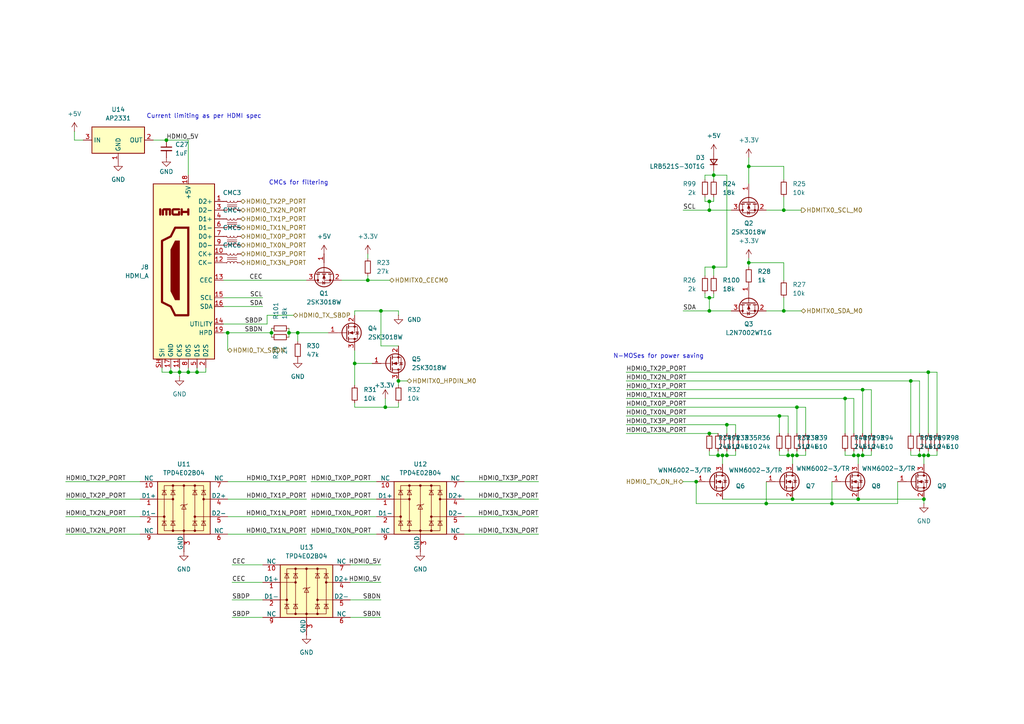
<source format=kicad_sch>
(kicad_sch (version 20240417) (generator "eeschema") (generator_version "8.99")
  (paper "A4")
  (title_block (title "anyon e") (date "2024-06-12") (rev "V0.1") (company "Byran Huang") (comment 4 "Proof of concept board for feature verification"))
  (lib_symbols
    (symbol "Connector:HDMI_A"
      (property "Reference" "J" (at -6.35 26.67 0))
      (property "Value" "HDMI_A" (at 10.16 26.67 0))
      (symbol "HDMI_A_0_0"
        (polyline (pts (xy 0 16.51) (xy 0 18.034) (xy 0 17.272) (xy 1.905 17.272) (xy 1.905 18.034) (xy 1.905 16.51)) (stroke (width 0.635)))
        (polyline (pts (xy 2.667 18.034) (xy 4.318 18.034) (xy 4.572 17.78) (xy 4.572 16.764) (xy 4.318 16.51) (xy 2.667 16.51) (xy 2.667 17.272)) (stroke (width 0.635)))
        (polyline (pts (xy 8.128 16.51) (xy 8.128 18.034)) (stroke (width 0.635)))
      )
      (symbol "HDMI_A_0_1"
        (rectangle (start -7.62 25.4) (end 10.16 -25.4) (stroke (width 0.254)) (fill (type background)))
        (polyline (pts (xy 0 12.7) (xy 0 -12.7) (xy 3.81 -12.7) (xy 5.08 -10.16) (xy 7.62 -8.89) (xy 7.62 8.89) (xy 5.08 10.16) (xy 3.81 12.7) (xy 0 12.7)) (stroke (width 0.635)))
        (polyline (pts (xy 2.54 8.89) (xy 3.81 8.89) (xy 5.08 6.35) (xy 5.08 -5.715) (xy 3.81 -8.255) (xy 2.54 -8.255) (xy 2.54 8.89)) (fill (type outline)))
        (polyline (pts (xy 5.334 16.51) (xy 5.334 18.034) (xy 6.35 18.034) (xy 6.35 16.51) (xy 6.35 18.034) (xy 7.112 18.034) (xy 7.366 17.78) (xy 7.366 16.51)) (stroke (width 0.635)))
      )
      (symbol "HDMI_A_1_1"
        (pin passive line (at -10.16 20.32 0) (length 2.54) (name "D2+") (number "1"))
        (pin passive line (at -10.16 5.08 0) (length 2.54) (name "CK+") (number "10"))
        (pin power_in line (at 2.54 -27.94 90) (length 2.54) (name "CKS") (number "11"))
        (pin passive line (at -10.16 2.54 0) (length 2.54) (name "CK-") (number "12"))
        (pin bidirectional line (at -10.16 -2.54 0) (length 2.54) (name "CEC") (number "13"))
        (pin passive line (at -10.16 -15.24 0) (length 2.54) (name "UTILITY") (number "14"))
        (pin passive line (at -10.16 -7.62 0) (length 2.54) (name "SCL") (number "15"))
        (pin bidirectional line (at -10.16 -10.16 0) (length 2.54) (name "SDA") (number "16"))
        (pin power_in line (at 5.08 -27.94 90) (length 2.54) (name "GND") (number "17"))
        (pin power_in line (at 0 27.94 270) (length 2.54) (name "+5V") (number "18"))
        (pin passive line (at -10.16 -17.78 0) (length 2.54) (name "HPD") (number "19"))
        (pin power_in line (at -5.08 -27.94 90) (length 2.54) (name "D2S") (number "2"))
        (pin passive line (at -10.16 17.78 0) (length 2.54) (name "D2-") (number "3"))
        (pin passive line (at -10.16 15.24 0) (length 2.54) (name "D1+") (number "4"))
        (pin power_in line (at -2.54 -27.94 90) (length 2.54) (name "D1S") (number "5"))
        (pin passive line (at -10.16 12.7 0) (length 2.54) (name "D1-") (number "6"))
        (pin passive line (at -10.16 10.16 0) (length 2.54) (name "D0+") (number "7"))
        (pin power_in line (at 0 -27.94 90) (length 2.54) (name "D0S") (number "8"))
        (pin passive line (at -10.16 7.62 0) (length 2.54) (name "D0-") (number "9"))
        (pin passive line (at 7.62 -27.94 90) (length 2.54) (name "SH") (number "SH"))
      )
    )
    (symbol "Device:C_Small" (pin_numbers hide) (pin_names (offset 0.254) hide)
      (property "Reference" "C" (at 0.254 1.778 0))
      (property "Value" "C_Small" (at 0.254 -2.032 0))
      (symbol "C_Small_0_1"
        (polyline (pts (xy -1.524 0.508) (xy 1.524 0.508)) (stroke (width 0.3048)))
        (polyline (pts (xy -1.524 -0.508) (xy 1.524 -0.508)) (stroke (width 0.3302)))
      )
      (symbol "C_Small_1_1"
        (pin passive line (at 0 2.54 270) (length 2.032) (name "~") (number "1"))
        (pin passive line (at 0 -2.54 90) (length 2.032) (name "~") (number "2"))
      )
    )
    (symbol "Device:D_Small" (pin_numbers hide) (pin_names (offset 0.254) hide)
      (property "Reference" "D" (at -1.27 2.032 0))
      (property "Value" "D_Small" (at -3.81 -2.032 0))
      (symbol "D_Small_0_1"
        (polyline (pts (xy -0.762 0) (xy 0.762 0)))
        (polyline (pts (xy -0.762 -1.016) (xy -0.762 1.016)) (stroke (width 0.254)))
        (polyline (pts (xy 0.762 -1.016) (xy -0.762 0) (xy 0.762 1.016) (xy 0.762 -1.016)) (stroke (width 0.254)))
      )
      (symbol "D_Small_1_1"
        (pin passive line (at -2.54 0 0) (length 1.778) (name "K") (number "1"))
        (pin passive line (at 2.54 0 180) (length 1.778) (name "A") (number "2"))
      )
    )
    (symbol "Device:R_Small" (pin_numbers hide) (pin_names (offset 0.254) hide)
      (property "Reference" "R" (at 0.762 0.508 0))
      (property "Value" "R_Small" (at 0.762 -1.016 0))
      (symbol "R_Small_0_1"
        (rectangle (start -0.762 1.778) (end 0.762 -1.778) (stroke (width 0.2032)))
      )
      (symbol "R_Small_1_1"
        (pin passive line (at 0 2.54 270) (length 0.762) (name "~") (number "1"))
        (pin passive line (at 0 -2.54 90) (length 0.762) (name "~") (number "2"))
      )
    )
    (symbol "Power_Protection:TPD4EUSB30" (pin_names (offset 0))
      (property "Reference" "U" (at -0.635 8.89 0))
      (property "Value" "TPD4EUSB30" (at 8.89 -10.16 0))
      (symbol "TPD4EUSB30_0_0"
        (rectangle (start -5.715 6.477) (end 5.715 -6.604))
        (polyline (pts (xy -3.175 -6.604) (xy -3.175 6.477)))
        (polyline (pts (xy 0 6.477) (xy 0 -6.604)))
        (polyline (pts (xy 3.175 6.477) (xy 3.175 -6.604)))
      )
      (symbol "TPD4EUSB30_0_1"
        (polyline (pts (xy -7.747 2.54) (xy -3.175 2.54)))
        (rectangle (start -7.62 7.62) (end 7.62 -7.62) (stroke (width 0.254)) (fill (type background)))
        (polyline (pts (xy -7.62 -2.54) (xy -5.715 -2.54)))
        (circle (center -5.715 -2.54) (radius 0.2794) (fill (type outline)))
        (polyline (pts (xy -5.08 5.08) (xy -6.35 5.08)))
        (polyline (pts (xy -5.08 3.81) (xy -6.35 3.81) (xy -5.715 5.08) (xy -5.08 3.81)))
        (polyline (pts (xy -5.08 -3.81) (xy -6.35 -3.81)))
        (polyline (pts (xy -5.08 -5.08) (xy -6.35 -5.08) (xy -5.715 -3.81) (xy -5.08 -5.08)))
        (circle (center -3.175 6.477) (radius 0.2794) (fill (type outline)))
        (circle (center -3.175 2.54) (radius 0.2794) (fill (type outline)))
        (circle (center -3.175 -6.604) (radius 0.2794) (fill (type outline)))
        (polyline (pts (xy -2.54 5.08) (xy -3.81 5.08)))
        (polyline (pts (xy -2.54 3.81) (xy -3.81 3.81) (xy -3.175 5.08) (xy -2.54 3.81)))
        (polyline (pts (xy -2.54 -3.81) (xy -3.81 -3.81)))
        (polyline (pts (xy -2.54 -5.08) (xy -3.81 -5.08) (xy -3.175 -3.81) (xy -2.54 -5.08)))
        (polyline (pts (xy -0.635 0.889) (xy -1.016 0.635)))
        (circle (center 0 6.477) (radius 0.2794) (fill (type outline)))
        (circle (center 0 -6.604) (radius 0.2794) (fill (type outline)))
        (polyline (pts (xy 0 -6.604) (xy 0 -7.62)))
        (polyline (pts (xy 0.635 0.889) (xy 1.016 1.143)))
        (polyline (pts (xy 0.635 0.889) (xy -0.635 0.889)))
        (polyline (pts (xy 0.635 -0.381) (xy -0.635 -0.381) (xy 0 0.889) (xy 0.635 -0.381)))
        (circle (center 3.175 6.477) (radius 0.2794) (fill (type outline)))
        (circle (center 3.175 -2.54) (radius 0.2794) (fill (type outline)))
        (circle (center 3.175 -6.604) (radius 0.2794) (fill (type outline)))
        (polyline (pts (xy 3.81 5.08) (xy 2.54 5.08)))
        (polyline (pts (xy 3.81 3.81) (xy 2.54 3.81) (xy 3.175 5.08) (xy 3.81 3.81)))
        (polyline (pts (xy 3.81 -3.81) (xy 2.54 -3.81)))
        (polyline (pts (xy 3.81 -5.08) (xy 2.54 -5.08) (xy 3.175 -3.81) (xy 3.81 -5.08)))
        (circle (center 5.715 2.54) (radius 0.2794) (fill (type outline)))
        (polyline (pts (xy 6.35 5.08) (xy 5.08 5.08)))
        (polyline (pts (xy 6.35 3.81) (xy 5.08 3.81) (xy 5.715 5.08) (xy 6.35 3.81)))
        (polyline (pts (xy 6.35 -3.81) (xy 5.08 -3.81)))
        (polyline (pts (xy 6.35 -5.08) (xy 5.08 -5.08) (xy 5.715 -3.81) (xy 6.35 -5.08)))
        (polyline (pts (xy 7.62 2.54) (xy 5.715 2.54)))
        (polyline (pts (xy 7.62 -2.54) (xy 3.175 -2.54)))
      )
      (symbol "TPD4EUSB30_1_1"
        (pin passive line (at -12.7 2.54 0) (length 5.08) (name "D1+") (number "1"))
        (pin free line (at -12.7 7.62 0) (length 5.08) (name "NC") (number "10"))
        (pin passive line (at -12.7 -2.54 0) (length 5.08) (name "D1-") (number "2"))
        (pin power_in line (at 0 -12.7 90) (length 5.08) (name "GND") (number "3"))
        (pin passive line (at 12.7 2.54 180) (length 5.08) (name "D2+") (number "4"))
        (pin passive line (at 12.7 -2.54 180) (length 5.08) (name "D2-") (number "5"))
        (pin free line (at 12.7 -7.62 180) (length 5.08) (name "NC") (number "6"))
        (pin free line (at 12.7 7.62 180) (length 5.08) (name "NC") (number "7"))
        (pin passive line (at 0 -12.7 90) (length 5.08) hide (name "GND") (number "8"))
        (pin free line (at -12.7 -7.62 0) (length 5.08) (name "NC") (number "9"))
      )
    )
    (symbol "Transistor_FET:BSS214NW" (pin_names hide)
      (property "Reference" "Q" (at 5.08 1.905 0))
      (property "Value" "BSS214NW" (at 5.08 0 0))
      (symbol "BSS214NW_0_1"
        (polyline (pts (xy 0.254 1.905) (xy 0.254 -1.905)) (stroke (width 0.254)))
        (polyline (pts (xy 0.254 0) (xy -2.54 0)))
        (polyline (pts (xy 0.762 2.286) (xy 0.762 1.27)) (stroke (width 0.254)))
        (polyline (pts (xy 0.762 0.508) (xy 0.762 -0.508)) (stroke (width 0.254)))
        (polyline (pts (xy 0.762 -1.27) (xy 0.762 -2.286)) (stroke (width 0.254)))
        (polyline (pts (xy 0.762 -1.778) (xy 3.302 -1.778) (xy 3.302 1.778) (xy 0.762 1.778)))
        (polyline (pts (xy 1.016 0) (xy 2.032 0.381) (xy 2.032 -0.381) (xy 1.016 0)) (fill (type outline)))
        (circle (center 1.651 0) (radius 2.794) (stroke (width 0.254)))
        (polyline (pts (xy 2.54 2.54) (xy 2.54 1.778)))
        (circle (center 2.54 1.778) (radius 0.254) (fill (type outline)))
        (circle (center 2.54 -1.778) (radius 0.254) (fill (type outline)))
        (polyline (pts (xy 2.54 -2.54) (xy 2.54 0) (xy 0.762 0)))
        (polyline (pts (xy 2.794 0.508) (xy 2.921 0.381) (xy 3.683 0.381) (xy 3.81 0.254)))
        (polyline (pts (xy 3.302 0.381) (xy 2.921 -0.254) (xy 3.683 -0.254) (xy 3.302 0.381)))
      )
      (symbol "BSS214NW_1_1"
        (pin input line (at -5.08 0 0) (length 2.54) (name "G") (number "1"))
        (pin passive line (at 2.54 -5.08 90) (length 2.54) (name "S") (number "2"))
        (pin passive line (at 2.54 5.08 270) (length 2.54) (name "D") (number "3"))
      )
    )
    (symbol "library:ACM2012_Common_Mode_Choke"
      (property "Reference" "CMC" (at -1.524 4.064 0))
      (symbol "ACM2012_Common_Mode_Choke_0_1"
        (polyline (pts (xy -1.397 0.254) (xy 1.397 0.254)))
        (arc (start -0.508 1.3948) (mid -1.016 0.889) (end -1.524 1.3948))
        (arc (start -1.524 -1.397) (mid -1.016 -0.8912) (end -0.508 -1.397))
        (arc (start 0.508 1.3948) (mid 0 0.889) (end -0.508 1.3948))
        (arc (start -0.508 -1.397) (mid 0 -0.8912) (end 0.508 -1.397))
        (arc (start 1.524 1.3948) (mid 1.016 0.889) (end 0.508 1.3948))
        (arc (start 0.508 -1.397) (mid 1.016 -0.8912) (end 1.524 -1.397))
        (polyline (pts (xy 1.397 -0.254) (xy -1.397 -0.254)))
      )
      (symbol "ACM2012_Common_Mode_Choke_1_1"
        (pin passive line (at -2.54 -1.27 0) (length 0.9525) (name "") (number "1"))
        (pin passive line (at -2.54 1.27 0) (length 0.9525) (name "") (number "2"))
        (pin passive line (at 2.54 1.27 180) (length 0.9525) (name "") (number "3"))
        (pin passive line (at 2.54 -1.27 180) (length 0.9525) (name "") (number "4"))
      )
    )
    (symbol "library:AP2331"
      (property "Reference" "U" (at 0 0 0))
      (property "Value" "AP2331" (at 0 0 0))
      (symbol "AP2331_0_1"
        (rectangle (start -7.62 3.81) (end 7.62 -3.81) (stroke (width 0.254)) (fill (type background)))
      )
      (symbol "AP2331_1_1"
        (pin power_in line (at 0 -6.35 90) (length 2.54) (name "GND") (number "1"))
        (pin power_out line (at 10.16 0 180) (length 2.54) (name "OUT") (number "2"))
        (pin power_in line (at -10.16 0 0) (length 2.54) (name "IN") (number "3"))
      )
    )
    (symbol "power:+3.3V" (power) (pin_numbers hide) (pin_names (offset 0) hide)
      (property "Value" "+3.3V" (at 0 3.556 0))
      (symbol "+3.3V_0_1"
        (polyline (pts (xy -0.762 1.27) (xy 0 2.54)))
        (polyline (pts (xy 0 2.54) (xy 0.762 1.27)))
        (polyline (pts (xy 0 0) (xy 0 2.54)))
      )
      (symbol "+3.3V_1_1"
        (pin power_in line (at 0 0 90) (length 0) (name "~") (number "1"))
      )
    )
    (symbol "power:+5V" (power) (pin_numbers hide) (pin_names (offset 0) hide)
      (property "Value" "+5V" (at 0 3.556 0))
      (symbol "+5V_0_1"
        (polyline (pts (xy -0.762 1.27) (xy 0 2.54)))
        (polyline (pts (xy 0 2.54) (xy 0.762 1.27)))
        (polyline (pts (xy 0 0) (xy 0 2.54)))
      )
      (symbol "+5V_1_1"
        (pin power_in line (at 0 0 90) (length 0) (name "~") (number "1"))
      )
    )
    (symbol "power:GND" (power) (pin_numbers hide) (pin_names (offset 0) hide)
      (property "Value" "GND" (at 0 -3.81 0))
      (symbol "GND_0_1"
        (polyline (pts (xy 0 0) (xy 0 -1.27) (xy 1.27 -1.27) (xy 0 -2.54) (xy -1.27 -1.27) (xy 0 -1.27)))
      )
      (symbol "GND_1_1"
        (pin power_in line (at 0 0 270) (length 0) (name "~") (number "1"))
      )
    )
  )
  (text "N-MOSes for power saving" (at 191.008 103.378 0) (effects (font (size 1.27 1.27))))
  (text "Current limiting as per HDMI spec" (at 59.182 33.782 0) (effects (font (size 1.27 1.27))))
  (text "CMCs for filtering" (at 86.614 53.086 0) (effects (font (size 1.27 1.27))))
  (junction (at 231.14 132.08))
  (junction (at 86.36 96.52))
  (junction (at 250.19 132.08))
  (junction (at 241.3 146.05))
  (junction (at 217.17 48.26))
  (junction (at 207.01 77.47))
  (junction (at 245.11 115.57))
  (junction (at 267.97 144.78))
  (junction (at 83.82 96.52))
  (junction (at 229.87 132.08))
  (junction (at 222.25 146.05))
  (junction (at 205.74 125.73))
  (junction (at 228.6 132.08))
  (junction (at 205.74 86.36))
  (junction (at 231.14 118.11))
  (junction (at 66.04 96.52))
  (junction (at 52.07 107.95))
  (junction (at 250.19 113.03))
  (junction (at 269.24 107.95))
  (junction (at 248.92 132.08))
  (junction (at 49.53 107.95))
  (junction (at 210.82 132.08))
  (junction (at 227.33 60.96))
  (junction (at 110.49 90.17))
  (junction (at 78.74 96.52))
  (junction (at 102.87 105.41))
  (junction (at 106.68 81.28))
  (junction (at 54.61 107.95))
  (junction (at 247.65 132.08))
  (junction (at 201.93 139.7))
  (junction (at 57.15 107.95))
  (junction (at 264.16 110.49))
  (junction (at 208.28 132.08))
  (junction (at 48.26 40.64))
  (junction (at 111.76 118.11))
  (junction (at 229.87 144.78))
  (junction (at 226.06 120.65))
  (junction (at 115.57 110.49))
  (junction (at 207.01 50.8))
  (junction (at 227.33 90.17))
  (junction (at 269.24 132.08))
  (junction (at 248.92 144.78))
  (junction (at 217.17 76.2))
  (junction (at 266.7 132.08))
  (junction (at 205.74 58.42))
  (junction (at 205.74 60.96))
  (junction (at 267.97 132.08))
  (junction (at 209.55 132.08))
  (junction (at 210.82 123.19))
  (junction (at 205.74 90.17))
  (wire (pts (xy 57.15 107.95) (xy 59.69 107.95)))
  (wire (pts (xy 78.74 96.52) (xy 78.74 97.79)))
  (wire (pts (xy 181.61 107.95) (xy 269.24 107.95)))
  (wire (pts (xy 264.16 132.08) (xy 266.7 132.08)))
  (wire (pts (xy 156.21 139.7) (xy 134.62 139.7)))
  (wire (pts (xy 181.61 118.11) (xy 231.14 118.11)))
  (wire (pts (xy 156.21 154.94) (xy 134.62 154.94)))
  (wire (pts (xy 217.17 76.2) (xy 227.33 76.2)))
  (wire (pts (xy 217.17 48.26) (xy 227.33 48.26)))
  (wire (pts (xy 227.33 60.96) (xy 232.41 60.96)))
  (wire (pts (xy 266.7 132.08) (xy 267.97 132.08)))
  (wire (pts (xy 264.16 110.49) (xy 264.16 125.73)))
  (wire (pts (xy 227.33 86.36) (xy 227.33 90.17)))
  (wire (pts (xy 102.87 118.11) (xy 111.76 118.11)))
  (wire (pts (xy 19.05 144.78) (xy 40.64 144.78)))
  (wire (pts (xy 264.16 130.81) (xy 264.16 132.08)))
  (wire (pts (xy 209.55 134.62) (xy 209.55 132.08)))
  (wire (pts (xy 241.3 146.05) (xy 260.35 146.05)))
  (wire (pts (xy 181.61 110.49) (xy 264.16 110.49)))
  (wire (pts (xy 106.68 81.28) (xy 113.03 81.28)))
  (wire (pts (xy 106.68 81.28) (xy 106.68 80.01)))
  (wire (pts (xy 226.06 132.08) (xy 228.6 132.08)))
  (wire (pts (xy 245.11 132.08) (xy 247.65 132.08)))
  (wire (pts (xy 102.87 118.11) (xy 102.87 116.84)))
  (wire (pts (xy 52.07 107.95) (xy 54.61 107.95)))
  (wire (pts (xy 204.47 77.47) (xy 204.47 80.01)))
  (wire (pts (xy 233.68 132.08) (xy 231.14 132.08)))
  (wire (pts (xy 266.7 110.49) (xy 266.7 125.73)))
  (wire (pts (xy 102.87 91.44) (xy 102.87 90.17)))
  (wire (pts (xy 207.01 85.09) (xy 207.01 86.36)))
  (wire (pts (xy 260.35 146.05) (xy 260.35 139.7)))
  (wire (pts (xy 271.78 107.95) (xy 271.78 125.73)))
  (wire (pts (xy 227.33 76.2) (xy 227.33 81.28)))
  (wire (pts (xy 248.92 132.08) (xy 250.19 132.08)))
  (wire (pts (xy 57.15 107.95) (xy 57.15 106.68)))
  (wire (pts (xy 46.99 107.95) (xy 46.99 106.68)))
  (wire (pts (xy 269.24 107.95) (xy 269.24 125.73)))
  (wire (pts (xy 228.6 120.65) (xy 228.6 125.73)))
  (wire (pts (xy 110.49 90.17) (xy 110.49 100.33)))
  (wire (pts (xy 101.6 173.99) (xy 110.49 173.99)))
  (wire (pts (xy 210.82 123.19) (xy 210.82 125.73)))
  (wire (pts (xy 86.36 99.06) (xy 86.36 96.52)))
  (wire (pts (xy 204.47 50.8) (xy 207.01 50.8)))
  (wire (pts (xy 101.6 179.07) (xy 110.49 179.07)))
  (wire (pts (xy 217.17 74.93) (xy 217.17 76.2)))
  (wire (pts (xy 210.82 77.47) (xy 207.01 77.47)))
  (wire (pts (xy 207.01 77.47) (xy 204.47 77.47)))
  (wire (pts (xy 226.06 120.65) (xy 226.06 125.73)))
  (wire (pts (xy 102.87 105.41) (xy 107.95 105.41)))
  (wire (pts (xy 76.2 168.91) (xy 67.31 168.91)))
  (wire (pts (xy 77.47 91.44) (xy 77.47 93.98)))
  (wire (pts (xy 19.05 149.86) (xy 40.64 149.86)))
  (wire (pts (xy 19.05 139.7) (xy 40.64 139.7)))
  (wire (pts (xy 226.06 130.81) (xy 226.06 132.08)))
  (wire (pts (xy 99.06 81.28) (xy 106.68 81.28)))
  (wire (pts (xy 247.65 132.08) (xy 248.92 132.08)))
  (wire (pts (xy 83.82 96.52) (xy 86.36 96.52)))
  (wire (pts (xy 115.57 100.33) (xy 110.49 100.33)))
  (wire (pts (xy 204.47 85.09) (xy 204.47 86.36)))
  (wire (pts (xy 181.61 120.65) (xy 226.06 120.65)))
  (wire (pts (xy 205.74 60.96) (xy 212.09 60.96)))
  (wire (pts (xy 204.47 52.07) (xy 204.47 50.8)))
  (wire (pts (xy 90.17 149.86) (xy 109.22 149.86)))
  (wire (pts (xy 250.19 132.08) (xy 250.19 130.81)))
  (wire (pts (xy 205.74 58.42) (xy 205.74 60.96)))
  (wire (pts (xy 267.97 132.08) (xy 269.24 132.08)))
  (wire (pts (xy 227.33 90.17) (xy 222.25 90.17)))
  (wire (pts (xy 205.74 58.42) (xy 207.01 58.42)))
  (wire (pts (xy 88.9 149.86) (xy 66.04 149.86)))
  (wire (pts (xy 19.05 154.94) (xy 40.64 154.94)))
  (wire (pts (xy 111.76 118.11) (xy 115.57 118.11)))
  (wire (pts (xy 106.68 74.93) (xy 106.68 73.66)))
  (wire (pts (xy 227.33 48.26) (xy 227.33 52.07)))
  (wire (pts (xy 205.74 90.17) (xy 212.09 90.17)))
  (wire (pts (xy 59.69 107.95) (xy 59.69 106.68)))
  (wire (pts (xy 54.61 107.95) (xy 57.15 107.95)))
  (wire (pts (xy 205.74 86.36) (xy 207.01 86.36)))
  (wire (pts (xy 49.53 107.95) (xy 49.53 106.68)))
  (wire (pts (xy 231.14 118.11) (xy 233.68 118.11)))
  (wire (pts (xy 76.2 179.07) (xy 67.31 179.07)))
  (wire (pts (xy 49.53 107.95) (xy 46.99 107.95)))
  (wire (pts (xy 66.04 101.6) (xy 66.04 96.52)))
  (wire (pts (xy 269.24 107.95) (xy 271.78 107.95)))
  (wire (pts (xy 207.01 50.8) (xy 207.01 52.07)))
  (wire (pts (xy 64.77 96.52) (xy 66.04 96.52)))
  (wire (pts (xy 248.92 144.78) (xy 267.97 144.78)))
  (wire (pts (xy 205.74 125.73) (xy 208.28 125.73)))
  (wire (pts (xy 241.3 146.05) (xy 241.3 139.7)))
  (wire (pts (xy 115.57 118.11) (xy 115.57 116.84)))
  (wire (pts (xy 85.09 91.44) (xy 77.47 91.44)))
  (wire (pts (xy 271.78 130.81) (xy 271.78 132.08)))
  (wire (pts (xy 198.12 139.7) (xy 201.93 139.7)))
  (wire (pts (xy 64.77 86.36) (xy 76.2 86.36)))
  (wire (pts (xy 222.25 146.05) (xy 241.3 146.05)))
  (wire (pts (xy 227.33 60.96) (xy 222.25 60.96)))
  (wire (pts (xy 229.87 132.08) (xy 231.14 132.08)))
  (wire (pts (xy 64.77 88.9) (xy 76.2 88.9)))
  (wire (pts (xy 217.17 76.2) (xy 217.17 77.47)))
  (wire (pts (xy 76.2 173.99) (xy 67.31 173.99)))
  (wire (pts (xy 245.11 130.81) (xy 245.11 132.08)))
  (wire (pts (xy 102.87 90.17) (xy 110.49 90.17)))
  (wire (pts (xy 204.47 86.36) (xy 205.74 86.36)))
  (wire (pts (xy 102.87 101.6) (xy 102.87 105.41)))
  (wire (pts (xy 66.04 96.52) (xy 78.74 96.52)))
  (wire (pts (xy 54.61 40.64) (xy 54.61 50.8)))
  (wire (pts (xy 52.07 107.95) (xy 52.07 106.68)))
  (wire (pts (xy 201.93 146.05) (xy 201.93 139.7)))
  (wire (pts (xy 83.82 95.25) (xy 83.82 96.52)))
  (wire (pts (xy 90.17 144.78) (xy 109.22 144.78)))
  (wire (pts (xy 88.9 139.7) (xy 66.04 139.7)))
  (wire (pts (xy 250.19 113.03) (xy 250.19 125.73)))
  (wire (pts (xy 156.21 144.78) (xy 134.62 144.78)))
  (wire (pts (xy 111.76 115.57) (xy 111.76 118.11)))
  (wire (pts (xy 266.7 132.08) (xy 266.7 130.81)))
  (wire (pts (xy 226.06 120.65) (xy 228.6 120.65)))
  (wire (pts (xy 181.61 125.73) (xy 205.74 125.73)))
  (wire (pts (xy 207.01 77.47) (xy 207.01 80.01)))
  (wire (pts (xy 115.57 90.17) (xy 115.57 91.44)))
  (wire (pts (xy 88.9 154.94) (xy 66.04 154.94)))
  (wire (pts (xy 247.65 132.08) (xy 247.65 130.81)))
  (wire (pts (xy 229.87 144.78) (xy 248.92 144.78)))
  (wire (pts (xy 231.14 132.08) (xy 231.14 130.81)))
  (wire (pts (xy 207.01 49.53) (xy 207.01 50.8)))
  (wire (pts (xy 208.28 132.08) (xy 209.55 132.08)))
  (wire (pts (xy 210.82 132.08) (xy 210.82 130.81)))
  (wire (pts (xy 115.57 111.76) (xy 115.57 110.49)))
  (wire (pts (xy 101.6 163.83) (xy 110.49 163.83)))
  (wire (pts (xy 198.12 60.96) (xy 205.74 60.96)))
  (wire (pts (xy 252.73 130.81) (xy 252.73 132.08)))
  (wire (pts (xy 207.01 50.8) (xy 210.82 50.8)))
  (wire (pts (xy 227.33 90.17) (xy 232.41 90.17)))
  (wire (pts (xy 205.74 86.36) (xy 205.74 90.17)))
  (wire (pts (xy 213.36 132.08) (xy 210.82 132.08)))
  (wire (pts (xy 52.07 109.22) (xy 52.07 107.95)))
  (wire (pts (xy 222.25 139.7) (xy 222.25 146.05)))
  (wire (pts (xy 21.59 38.1) (xy 21.59 40.64)))
  (wire (pts (xy 269.24 132.08) (xy 269.24 130.81)))
  (wire (pts (xy 115.57 110.49) (xy 118.11 110.49)))
  (wire (pts (xy 250.19 113.03) (xy 252.73 113.03)))
  (wire (pts (xy 271.78 132.08) (xy 269.24 132.08)))
  (wire (pts (xy 210.82 123.19) (xy 213.36 123.19)))
  (wire (pts (xy 205.74 132.08) (xy 205.74 130.81)))
  (wire (pts (xy 209.55 132.08) (xy 210.82 132.08)))
  (wire (pts (xy 78.74 95.25) (xy 78.74 96.52)))
  (wire (pts (xy 181.61 123.19) (xy 210.82 123.19)))
  (wire (pts (xy 228.6 132.08) (xy 228.6 130.81)))
  (wire (pts (xy 233.68 118.11) (xy 233.68 125.73)))
  (wire (pts (xy 233.68 130.81) (xy 233.68 132.08)))
  (wire (pts (xy 252.73 113.03) (xy 252.73 125.73)))
  (wire (pts (xy 64.77 93.98) (xy 77.47 93.98)))
  (wire (pts (xy 208.28 130.81) (xy 208.28 132.08)))
  (wire (pts (xy 86.36 96.52) (xy 95.25 96.52)))
  (wire (pts (xy 90.17 154.94) (xy 109.22 154.94)))
  (wire (pts (xy 156.21 149.86) (xy 134.62 149.86)))
  (wire (pts (xy 213.36 130.81) (xy 213.36 132.08)))
  (wire (pts (xy 101.6 168.91) (xy 110.49 168.91)))
  (wire (pts (xy 229.87 134.62) (xy 229.87 132.08)))
  (wire (pts (xy 227.33 57.15) (xy 227.33 60.96)))
  (wire (pts (xy 102.87 111.76) (xy 102.87 105.41)))
  (wire (pts (xy 64.77 81.28) (xy 88.9 81.28)))
  (wire (pts (xy 209.55 144.78) (xy 229.87 144.78)))
  (wire (pts (xy 222.25 146.05) (xy 201.93 146.05)))
  (wire (pts (xy 44.45 40.64) (xy 48.26 40.64)))
  (wire (pts (xy 204.47 58.42) (xy 205.74 58.42)))
  (wire (pts (xy 217.17 48.26) (xy 217.17 53.34)))
  (wire (pts (xy 90.17 139.7) (xy 109.22 139.7)))
  (wire (pts (xy 207.01 58.42) (xy 207.01 57.15)))
  (wire (pts (xy 248.92 134.62) (xy 248.92 132.08)))
  (wire (pts (xy 204.47 58.42) (xy 204.47 57.15)))
  (wire (pts (xy 48.26 40.64) (xy 54.61 40.64)))
  (wire (pts (xy 88.9 144.78) (xy 66.04 144.78)))
  (wire (pts (xy 198.12 90.17) (xy 205.74 90.17)))
  (wire (pts (xy 210.82 50.8) (xy 210.82 77.47)))
  (wire (pts (xy 181.61 113.03) (xy 250.19 113.03)))
  (wire (pts (xy 181.61 115.57) (xy 245.11 115.57)))
  (wire (pts (xy 267.97 134.62) (xy 267.97 132.08)))
  (wire (pts (xy 21.59 40.64) (xy 24.13 40.64)))
  (wire (pts (xy 231.14 118.11) (xy 231.14 125.73)))
  (wire (pts (xy 52.07 107.95) (xy 49.53 107.95)))
  (wire (pts (xy 228.6 132.08) (xy 229.87 132.08)))
  (wire (pts (xy 264.16 110.49) (xy 266.7 110.49)))
  (wire (pts (xy 54.61 107.95) (xy 54.61 106.68)))
  (wire (pts (xy 205.74 132.08) (xy 208.28 132.08)))
  (wire (pts (xy 245.11 115.57) (xy 247.65 115.57)))
  (wire (pts (xy 217.17 45.72) (xy 217.17 48.26)))
  (wire (pts (xy 213.36 123.19) (xy 213.36 125.73)))
  (wire (pts (xy 247.65 115.57) (xy 247.65 125.73)))
  (wire (pts (xy 252.73 132.08) (xy 250.19 132.08)))
  (wire (pts (xy 83.82 96.52) (xy 83.82 97.79)))
  (wire (pts (xy 76.2 163.83) (xy 67.31 163.83)))
  (wire (pts (xy 267.97 146.05) (xy 267.97 144.78)))
  (wire (pts (xy 245.11 115.57) (xy 245.11 125.73)))
  (wire (pts (xy 110.49 90.17) (xy 115.57 90.17)))
  (label "SBDN" (at 76.2 96.52 180))
  (label "SBDN" (at 110.49 173.99 180))
  (label "HDMI0_5V" (at 110.49 168.91 180))
  (label "SBDP" (at 67.31 179.07 0))
  (label "HDMI0_TX1P_PORT" (at 88.9 139.7 180))
  (label "HDMI0_TX3P_PORT" (at 156.21 139.7 180))
  (label "SBDN" (at 110.49 179.07 180))
  (label "HDMI0_TX3N_PORT" (at 156.21 149.86 180))
  (label "HDMI0_TX2N_PORT" (at 19.05 149.86 0))
  (label "HDMI0_TX0P_PORT" (at 90.17 139.7 0))
  (label "HDMI0_TX2P_PORT" (at 19.05 144.78 0))
  (label "HDMI0_TX2P_PORT" (at 181.61 107.95 0))
  (label "SBDP" (at 67.31 173.99 0))
  (label "CEC" (at 67.31 168.91 0))
  (label "HDMI0_TX3P_PORT" (at 181.61 123.19 0))
  (label "HDMI0_TX1N_PORT" (at 181.61 115.57 0))
  (label "SDA" (at 76.2 88.9 180))
  (label "HDMI0_TX1N_PORT" (at 88.9 149.86 180))
  (label "HDMI0_TX0N_PORT" (at 181.61 120.65 0))
  (label "SDA" (at 198.12 90.17 0))
  (label "HDMI0_5V" (at 110.49 163.83 180))
  (label "HDMI0_TX1P_PORT" (at 181.61 113.03 0))
  (label "HDMI0_TX2N_PORT" (at 181.61 110.49 0))
  (label "SCL" (at 198.12 60.96 0))
  (label "SBDP" (at 76.2 93.98 180))
  (label "HDMI0_TX0N_PORT" (at 90.17 149.86 0))
  (label "HDMI0_TX0P_PORT" (at 181.61 118.11 0))
  (label "CEC" (at 67.31 163.83 0))
  (label "HDMI0_TX3N_PORT" (at 156.21 154.94 180))
  (label "HDMI0_TX3N_PORT" (at 181.61 125.73 0))
  (label "HDMI0_TX2N_PORT" (at 19.05 154.94 0))
  (label "HDMI0_5V" (at 48.26 40.64 0))
  (label "SCL" (at 76.2 86.36 180))
  (label "HDMI0_TX1P_PORT" (at 88.9 144.78 180))
  (label "HDMI0_TX0N_PORT" (at 90.17 154.94 0))
  (label "HDMI0_TX3P_PORT" (at 156.21 144.78 180))
  (label "CEC" (at 76.2 81.28 180))
  (label "HDMI0_TX2P_PORT" (at 19.05 139.7 0))
  (label "HDMI0_TX0P_PORT" (at 90.17 144.78 0))
  (label "HDMI0_TX1N_PORT" (at 88.9 154.94 180))
  (hierarchical_label "HDMI0_TX1P_PORT" (shape bidirectional) (at 69.85 63.5 0))
  (hierarchical_label "HDMITX0_SCL_M0" (shape output) (at 232.41 60.96 0))
  (hierarchical_label "HDMITX0_CECM0" (shape bidirectional) (at 113.03 81.28 0))
  (hierarchical_label "HDMI0_TX_SBDP" (shape bidirectional) (at 85.09 91.44 0))
  (hierarchical_label "HDMI0_TX_SBDN" (shape bidirectional) (at 66.04 101.6 0))
  (hierarchical_label "HDMITX0_HPDIN_M0" (shape bidirectional) (at 118.11 110.49 0))
  (hierarchical_label "HDMI0_TX_ON_H" (shape bidirectional) (at 198.12 139.7 180))
  (hierarchical_label "HDMI0_TX0N_PORT" (shape bidirectional) (at 69.85 71.12 0))
  (hierarchical_label "HDMI0_TX0P_PORT" (shape bidirectional) (at 69.85 68.58 0))
  (hierarchical_label "HDMI0_TX2N_PORT" (shape bidirectional) (at 69.85 60.96 0))
  (hierarchical_label "HDMI0_TX3P_PORT" (shape bidirectional) (at 69.85 73.66 0))
  (hierarchical_label "HDMITX0_SDA_M0" (shape bidirectional) (at 232.41 90.17 0))
  (hierarchical_label "HDMI0_TX2P_PORT" (shape bidirectional) (at 69.85 58.42 0))
  (hierarchical_label "HDMI0_TX3N_PORT" (shape bidirectional) (at 69.85 76.2 0))
  (hierarchical_label "HDMI0_TX1N_PORT" (shape bidirectional) (at 69.85 66.04 0))
  (symbol (lib_id "library:ACM2012_Common_Mode_Choke") (at 67.31 69.85 0) (unit 1)
    (property "Reference" "CMC5" (at 67.31 66.04 0))
    (property "Value" "ACM2012" (effects (hide yes)))
    (property "Footprint" "ACM2012:FIL_ACM2012-900-2P-T001" (effects (hide yes)))
    (property "Datasheet" "https://product.tdk.com/en/system/files?file=dam/doc/product/emc/emc/cmf_cmc/catalog/cmf_commercial_signal_acm2012_en.pdf" (effects (hide yes)))
    (property "Description" "2 Line Common Mode Choke Surface Mount 90 Ohms @ 100 MHz 400mA DCR 190mOhm" (effects (hide yes)))
  )
  (symbol (lib_id "power:GND") (at 86.36 104.14 0) (unit 1)
    (property "Reference" "#PWR045" (effects (hide yes)))
    (property "Value" "GND" (at 86.36 109.22 0))
    (property "Description" "Power symbol creates a global label with name \"GND\" , ground" (effects (hide yes)))
  )
  (symbol (lib_id "Power_Protection:TPD4EUSB30") (at 121.92 147.32 0) (unit 1)
    (property "Reference" "U12" (at 121.92 134.62 0))
    (property "Value" "TPD4E02B04" (at 121.92 137.16 0))
    (property "Footprint" "Package_SON:USON-10_2.5x1.0mm_P0.5mm" (effects (hide yes)))
    (property "Datasheet" "http://www.ti.com/lit/ds/symlink/tpd2eusb30a.pdf" (effects (hide yes)))
    (property "Description" "4-Channel ESD Protection for Super-Speed USB 3.0 Interface, USON-10" (effects (hide yes)))
  )
  (symbol (lib_id "Transistor_FET:BSS214NW") (at 93.98 78.74 90) (mirror x) (unit 1)
    (property "Reference" "Q1" (at 93.98 85.09 90))
    (property "Value" "2SK3018W" (at 93.98 87.63 90))
    (property "Footprint" "Package_TO_SOT_SMD:SOT-323_SC-70" (effects (hide yes)))
    (property "Datasheet" "https://www.infineon.com/dgdl/Infineon-BSS214NW-DS-v02_02-en.pdf?fileId=db3a30431b3e89eb011b695aebc01bde" (effects (hide yes)))
    (property "Description" "20V Vds, 1.5A Id, N-Channel MOSFET, SOT-323" (effects (hide yes)))
  )
  (symbol (lib_id "power:GND") (at 115.57 91.44 0) (unit 1)
    (property "Reference" "#PWR047" (effects (hide yes)))
    (property "Value" "GND" (at 118.11 92.7099 0) (effects (justify left)))
    (property "Description" "Power symbol creates a global label with name \"GND\" , ground" (effects (hide yes)))
  )
  (symbol (lib_id "power:GND") (at 52.07 109.22 0) (unit 1)
    (property "Reference" "#PWR053" (effects (hide yes)))
    (property "Value" "GND" (at 52.07 114.3 0))
    (property "Description" "Power symbol creates a global label with name \"GND\" , ground" (effects (hide yes)))
  )
  (symbol (lib_id "Device:R_Small") (at 228.6 128.27 0) (unit 1)
    (property "Reference" "R37" (at 231.14 126.9999 0) (effects (justify left)))
    (property "Value" "510" (at 231.14 129.5399 0) (effects (justify left)))
    (property "Footprint" "Resistor_SMD:R_0402_1005Metric" (effects (hide yes)))
    (property "Description" "Resistor, small symbol" (effects (hide yes)))
  )
  (symbol (lib_id "Device:R_Small") (at 204.47 82.55 0) (unit 1)
    (property "Reference" "R26" (at 201.93 81.2799 0) (effects (justify right)))
    (property "Value" "2k" (at 201.93 83.8199 0) (effects (justify right)))
    (property "Footprint" "Resistor_SMD:R_0402_1005Metric" (effects (hide yes)))
    (property "Description" "Resistor, small symbol" (effects (hide yes)))
  )
  (symbol (lib_id "Device:R_Small") (at 271.78 128.27 0) (unit 1)
    (property "Reference" "R98" (at 274.32 126.9999 0) (effects (justify left)))
    (property "Value" "510" (at 274.32 129.5399 0) (effects (justify left)))
    (property "Footprint" "Resistor_SMD:R_0402_1005Metric" (effects (hide yes)))
    (property "Description" "Resistor, small symbol" (effects (hide yes)))
  )
  (symbol (lib_id "Device:R_Small") (at 266.7 128.27 0) (unit 1)
    (property "Reference" "R96" (at 269.24 126.9999 0) (effects (justify left)))
    (property "Value" "510" (at 269.24 129.5399 0) (effects (justify left)))
    (property "Footprint" "Resistor_SMD:R_0402_1005Metric" (effects (hide yes)))
    (property "Description" "Resistor, small symbol" (effects (hide yes)))
  )
  (symbol (lib_id "Device:R_Small") (at 205.74 128.27 0) (unit 1)
    (property "Reference" "R34" (at 208.28 126.9999 0) (effects (justify left)))
    (property "Value" "24k" (at 208.28 129.5399 0) (effects (justify left)))
    (property "Footprint" "Resistor_SMD:R_0402_1005Metric" (effects (hide yes)))
    (property "Description" "Resistor, small symbol" (effects (hide yes)))
  )
  (symbol (lib_id "Device:R_Small") (at 208.28 128.27 0) (unit 1)
    (property "Reference" "R91" (at 210.82 126.9999 0) (effects (justify left)))
    (property "Value" "510" (at 210.82 129.5399 0) (effects (justify left)))
    (property "Footprint" "Resistor_SMD:R_0402_1005Metric" (effects (hide yes)))
    (property "Description" "Resistor, small symbol" (effects (hide yes)))
  )
  (symbol (lib_id "Device:R_Small") (at 210.82 128.27 0) (unit 1)
    (property "Reference" "R33" (at 213.36 126.9999 0) (effects (justify left)))
    (property "Value" "24k" (at 213.36 129.5399 0) (effects (justify left)))
    (property "Footprint" "Resistor_SMD:R_0402_1005Metric" (effects (hide yes)))
    (property "Description" "Resistor, small symbol" (effects (hide yes)))
  )
  (symbol (lib_id "power:GND") (at 267.97 146.05 0) (unit 1)
    (property "Reference" "#PWR052" (effects (hide yes)))
    (property "Value" "GND" (at 267.97 151.13 0))
    (property "Description" "Power symbol creates a global label with name \"GND\" , ground" (effects (hide yes)))
  )
  (symbol (lib_id "Device:R_Small") (at 207.01 54.61 0) (unit 1)
    (property "Reference" "R24" (at 209.55 53.3399 0) (effects (justify left)))
    (property "Value" "18k" (at 209.55 55.8799 0) (effects (justify left)))
    (property "Footprint" "Resistor_SMD:R_0402_1005Metric" (effects (hide yes)))
    (property "Description" "Resistor, small symbol" (effects (hide yes)))
  )
  (symbol (lib_id "Transistor_FET:BSS214NW") (at 113.03 105.41 0) (mirror x) (unit 1)
    (property "Reference" "Q5" (at 119.38 104.1399 0) (effects (justify left)))
    (property "Value" "2SK3018W" (at 119.38 106.6799 0) (effects (justify left)))
    (property "Footprint" "Package_TO_SOT_SMD:SOT-323_SC-70" (effects (hide yes)))
    (property "Datasheet" "https://www.infineon.com/dgdl/Infineon-BSS214NW-DS-v02_02-en.pdf?fileId=db3a30431b3e89eb011b695aebc01bde" (effects (hide yes)))
    (property "Description" "20V Vds, 1.5A Id, N-Channel MOSFET, SOT-323" (effects (hide yes)))
  )
  (symbol (lib_id "power:GND") (at 121.92 160.02 0) (unit 1)
    (property "Reference" "#PWR041" (effects (hide yes)))
    (property "Value" "GND" (at 121.92 165.1 0))
    (property "Description" "Power symbol creates a global label with name \"GND\" , ground" (effects (hide yes)))
  )
  (symbol (lib_id "Device:R_Small") (at 86.36 101.6 180) (unit 1)
    (property "Reference" "R30" (at 88.9 100.3299 0) (effects (justify right)))
    (property "Value" "47k" (at 88.9 102.8699 0) (effects (justify right)))
    (property "Footprint" "Resistor_SMD:R_0402_1005Metric" (effects (hide yes)))
    (property "Description" "Resistor, small symbol" (effects (hide yes)))
  )
  (symbol (lib_id "Device:R_Small") (at 81.28 97.79 90) (unit 1)
    (property "Reference" "R29" (at 80.0099 100.33 0) (effects (justify right)))
    (property "Value" "2k" (at 82.5499 100.33 0) (effects (justify right)))
    (property "Footprint" "Resistor_SMD:R_0402_1005Metric" (effects (hide yes)))
    (property "Description" "Resistor, small symbol" (effects (hide yes)))
  )
  (symbol (lib_id "Device:R_Small") (at 226.06 128.27 0) (unit 1)
    (property "Reference" "R36" (at 223.52 126.9999 0) (effects (justify right)))
    (property "Value" "24k" (at 223.52 129.5399 0) (effects (justify right)))
    (property "Footprint" "Resistor_SMD:R_0402_1005Metric" (effects (hide yes)))
    (property "Description" "Resistor, small symbol" (effects (hide yes)))
  )
  (symbol (lib_id "Device:R_Small") (at 204.47 54.61 0) (unit 1)
    (property "Reference" "R99" (at 201.93 53.3399 0) (effects (justify right)))
    (property "Value" "2k" (at 201.93 55.8799 0) (effects (justify right)))
    (property "Footprint" "Resistor_SMD:R_0402_1005Metric" (effects (hide yes)))
    (property "Description" "Resistor, small symbol" (effects (hide yes)))
  )
  (symbol (lib_id "power:GND") (at 53.34 160.02 0) (unit 1)
    (property "Reference" "#PWR040" (effects (hide yes)))
    (property "Value" "GND" (at 53.34 165.1 0))
    (property "Description" "Power symbol creates a global label with name \"GND\" , ground" (effects (hide yes)))
  )
  (symbol (lib_id "Device:R_Small") (at 207.01 82.55 0) (unit 1)
    (property "Reference" "R100" (at 209.55 81.2799 0) (effects (justify left)))
    (property "Value" "18k" (at 209.55 83.8199 0) (effects (justify left)))
    (property "Footprint" "Resistor_SMD:R_0402_1005Metric" (effects (hide yes)))
    (property "Description" "Resistor, small symbol" (effects (hide yes)))
  )
  (symbol (lib_id "Device:R_Small") (at 217.17 80.01 0) (unit 1)
    (property "Reference" "R28" (at 219.71 78.7399 0) (effects (justify left)))
    (property "Value" "1k" (at 219.71 81.2799 0) (effects (justify left)))
    (property "Footprint" "Resistor_SMD:R_0402_1005Metric" (effects (hide yes)))
    (property "Description" "Resistor, small symbol" (effects (hide yes)))
  )
  (symbol (lib_id "Device:C_Small") (at 48.26 43.18 0) (unit 1)
    (property "Reference" "C27" (at 50.8 41.9162 0) (effects (justify left)))
    (property "Value" "1uF" (at 50.8 44.4562 0) (effects (justify left)))
    (property "Footprint" "Capacitor_SMD:C_0402_1005Metric" (effects (hide yes)))
    (property "Description" "Unpolarized capacitor, small symbol" (effects (hide yes)))
  )
  (symbol (lib_id "Device:R_Small") (at 231.14 128.27 0) (unit 1)
    (property "Reference" "R38" (at 233.68 126.9999 0) (effects (justify left)))
    (property "Value" "24k" (at 233.68 129.5399 0) (effects (justify left)))
    (property "Footprint" "Resistor_SMD:R_0402_1005Metric" (effects (hide yes)))
    (property "Description" "Resistor, small symbol" (effects (hide yes)))
  )
  (symbol (lib_id "library:AP2331") (at 34.29 40.64 0) (unit 1)
    (property "Reference" "U14" (at 34.29 31.75 0))
    (property "Value" "AP2331" (at 34.29 34.29 0))
    (property "Footprint" "Package_TO_SOT_SMD:SOT-23-3" (effects (hide yes)))
    (property "Datasheet" "https://www.diodes.com/assets/Datasheets/AP2331.pdf" (effects (hide yes)))
    (property "Description" "0.2A SINGLE CHANNEL CURRENT-LIMITED LOAD SWITCH" (effects (hide yes)))
  )
  (symbol (lib_id "Transistor_FET:BSS214NW") (at 265.43 139.7 0) (unit 1)
    (property "Reference" "Q9" (at 271.78 140.9701 0) (effects (justify left)))
    (property "Value" "WNM6002-3/TR" (at 249.936 135.89 0) (effects (justify left)))
    (property "Footprint" "Package_TO_SOT_SMD:SOT-323_SC-70" (effects (hide yes)))
    (property "Datasheet" "https://www.infineon.com/dgdl/Infineon-BSS214NW-DS-v02_02-en.pdf?fileId=db3a30431b3e89eb011b695aebc01bde" (effects (hide yes)))
    (property "Description" "20V Vds, 1.5A Id, N-Channel MOSFET, SOT-323" (effects (hide yes)))
  )
  (symbol (lib_id "Device:R_Small") (at 247.65 128.27 0) (unit 1)
    (property "Reference" "R92" (at 250.19 126.9999 0) (effects (justify left)))
    (property "Value" "510" (at 250.19 129.5399 0) (effects (justify left)))
    (property "Footprint" "Resistor_SMD:R_0402_1005Metric" (effects (hide yes)))
    (property "Description" "Resistor, small symbol" (effects (hide yes)))
  )
  (symbol (lib_id "Transistor_FET:BSS214NW") (at 227.33 139.7 0) (unit 1)
    (property "Reference" "Q7" (at 233.68 140.9701 0) (effects (justify left)))
    (property "Value" "WNM6002-3/TR" (at 211.328 136.398 0) (effects (justify left)))
    (property "Footprint" "Package_TO_SOT_SMD:SOT-323_SC-70" (effects (hide yes)))
    (property "Datasheet" "https://www.infineon.com/dgdl/Infineon-BSS214NW-DS-v02_02-en.pdf?fileId=db3a30431b3e89eb011b695aebc01bde" (effects (hide yes)))
    (property "Description" "20V Vds, 1.5A Id, N-Channel MOSFET, SOT-323" (effects (hide yes)))
  )
  (symbol (lib_id "power:+3.3V") (at 217.17 45.72 0) (unit 1)
    (property "Reference" "#PWR044" (effects (hide yes)))
    (property "Value" "+3.3V" (at 217.17 40.64 0))
    (property "Description" "Power symbol creates a global label with name \"+3.3V\"" (effects (hide yes)))
  )
  (symbol (lib_id "Power_Protection:TPD4EUSB30") (at 88.9 171.45 0) (unit 1)
    (property "Reference" "U13" (at 88.9 158.75 0))
    (property "Value" "TPD4E02B04" (at 88.9 161.29 0))
    (property "Footprint" "Package_SON:USON-10_2.5x1.0mm_P0.5mm" (effects (hide yes)))
    (property "Datasheet" "http://www.ti.com/lit/ds/symlink/tpd2eusb30a.pdf" (effects (hide yes)))
    (property "Description" "4-Channel ESD Protection for Super-Speed USB 3.0 Interface, USON-10" (effects (hide yes)))
  )
  (symbol (lib_id "Connector:HDMI_A") (at 54.61 78.74 0) (mirror y) (unit 1)
    (property "Reference" "J8" (at 43.18 77.4699 0) (effects (justify left)))
    (property "Value" "HDMI_A" (at 43.18 80.0099 0) (effects (justify left)))
    (property "Footprint" "Connector_Video:HDMI_A_Molex_208658-1001_Horizontal" (effects (hide yes)))
    (property "Datasheet" "https://en.wikipedia.org/wiki/HDMI" (effects (hide yes)))
    (property "Description" "HDMI type A connector" (effects (hide yes)))
  )
  (symbol (lib_id "Transistor_FET:BSS214NW") (at 246.38 139.7 0) (unit 1)
    (property "Reference" "Q8" (at 252.73 140.9701 0) (effects (justify left)))
    (property "Value" "WNM6002-3/TR" (at 230.886 135.89 0) (effects (justify left)))
    (property "Footprint" "Package_TO_SOT_SMD:SOT-323_SC-70" (effects (hide yes)))
    (property "Datasheet" "https://www.infineon.com/dgdl/Infineon-BSS214NW-DS-v02_02-en.pdf?fileId=db3a30431b3e89eb011b695aebc01bde" (effects (hide yes)))
    (property "Description" "20V Vds, 1.5A Id, N-Channel MOSFET, SOT-323" (effects (hide yes)))
  )
  (symbol (lib_id "Power_Protection:TPD4EUSB30") (at 53.34 147.32 0) (unit 1)
    (property "Reference" "U11" (at 53.34 134.62 0))
    (property "Value" "TPD4E02B04" (at 53.34 137.16 0))
    (property "Footprint" "Package_SON:USON-10_2.5x1.0mm_P0.5mm" (effects (hide yes)))
    (property "Datasheet" "http://www.ti.com/lit/ds/symlink/tpd2eusb30a.pdf" (effects (hide yes)))
    (property "Description" "4-Channel ESD Protection for Super-Speed USB 3.0 Interface, USON-10" (effects (hide yes)))
  )
  (symbol (lib_id "power:+5V") (at 21.59 38.1 0) (unit 1)
    (property "Reference" "#PWR049" (effects (hide yes)))
    (property "Value" "+5V" (at 21.59 33.02 0))
    (property "Description" "Power symbol creates a global label with name \"+5V\"" (effects (hide yes)))
  )
  (symbol (lib_id "Transistor_FET:BSS214NW") (at 217.17 58.42 90) (mirror x) (unit 1)
    (property "Reference" "Q2" (at 217.17 64.77 90))
    (property "Value" "2SK3018W" (at 217.17 67.31 90))
    (property "Footprint" "Package_TO_SOT_SMD:SOT-323_SC-70" (effects (hide yes)))
    (property "Datasheet" "https://www.infineon.com/dgdl/Infineon-BSS214NW-DS-v02_02-en.pdf?fileId=db3a30431b3e89eb011b695aebc01bde" (effects (hide yes)))
    (property "Description" "20V Vds, 1.5A Id, N-Channel MOSFET, SOT-323" (effects (hide yes)))
  )
  (symbol (lib_id "power:GND") (at 48.26 45.72 0) (unit 1)
    (property "Reference" "#PWR050" (effects (hide yes)))
    (property "Value" "GND" (at 48.26 49.784 0))
    (property "Description" "Power symbol creates a global label with name \"GND\" , ground" (effects (hide yes)))
  )
  (symbol (lib_id "Device:R_Small") (at 227.33 83.82 0) (unit 1)
    (property "Reference" "R27" (at 229.87 82.5499 0) (effects (justify left)))
    (property "Value" "10k" (at 229.87 85.0899 0) (effects (justify left)))
    (property "Footprint" "Resistor_SMD:R_0402_1005Metric" (effects (hide yes)))
    (property "Description" "Resistor, small symbol" (effects (hide yes)))
  )
  (symbol (lib_id "Device:R_Small") (at 233.68 128.27 0) (unit 1)
    (property "Reference" "R39" (at 236.22 126.9999 0) (effects (justify left)))
    (property "Value" "510" (at 236.22 129.5399 0) (effects (justify left)))
    (property "Footprint" "Resistor_SMD:R_0402_1005Metric" (effects (hide yes)))
    (property "Description" "Resistor, small symbol" (effects (hide yes)))
  )
  (symbol (lib_id "Device:R_Small") (at 102.87 114.3 180) (unit 1)
    (property "Reference" "R31" (at 105.41 113.0299 0) (effects (justify right)))
    (property "Value" "10k" (at 105.41 115.5699 0) (effects (justify right)))
    (property "Footprint" "Resistor_SMD:R_0402_1005Metric" (effects (hide yes)))
    (property "Description" "Resistor, small symbol" (effects (hide yes)))
  )
  (symbol (lib_id "Device:R_Small") (at 269.24 128.27 0) (unit 1)
    (property "Reference" "R97" (at 271.78 126.9999 0) (effects (justify left)))
    (property "Value" "24k" (at 271.78 129.5399 0) (effects (justify left)))
    (property "Footprint" "Resistor_SMD:R_0402_1005Metric" (effects (hide yes)))
    (property "Description" "Resistor, small symbol" (effects (hide yes)))
  )
  (symbol (lib_id "power:GND") (at 34.29 46.99 0) (unit 1)
    (property "Reference" "#PWR051" (effects (hide yes)))
    (property "Value" "GND" (at 34.29 52.07 0))
    (property "Description" "Power symbol creates a global label with name \"GND\" , ground" (effects (hide yes)))
  )
  (symbol (lib_id "power:+3.3V") (at 106.68 73.66 0) (unit 1)
    (property "Reference" "#PWR039" (effects (hide yes)))
    (property "Value" "+3.3V" (at 106.68 68.58 0))
    (property "Description" "Power symbol creates a global label with name \"+3.3V\"" (effects (hide yes)))
  )
  (symbol (lib_id "Device:R_Small") (at 227.33 54.61 0) (unit 1)
    (property "Reference" "R25" (at 229.87 53.3399 0) (effects (justify left)))
    (property "Value" "10k" (at 229.87 55.8799 0) (effects (justify left)))
    (property "Footprint" "Resistor_SMD:R_0402_1005Metric" (effects (hide yes)))
    (property "Description" "Resistor, small symbol" (effects (hide yes)))
  )
  (symbol (lib_id "Device:R_Small") (at 115.57 114.3 180) (unit 1)
    (property "Reference" "R32" (at 118.11 113.0299 0) (effects (justify right)))
    (property "Value" "10k" (at 118.11 115.5699 0) (effects (justify right)))
    (property "Footprint" "Resistor_SMD:R_0402_1005Metric" (effects (hide yes)))
    (property "Description" "Resistor, small symbol" (effects (hide yes)))
  )
  (symbol (lib_id "Transistor_FET:BSS214NW") (at 100.33 96.52 0) (mirror x) (unit 1)
    (property "Reference" "Q4" (at 106.68 95.2499 0) (effects (justify left)))
    (property "Value" "2SK3018W" (at 106.68 97.7899 0) (effects (justify left)))
    (property "Footprint" "Package_TO_SOT_SMD:SOT-323_SC-70" (effects (hide yes)))
    (property "Datasheet" "https://www.infineon.com/dgdl/Infineon-BSS214NW-DS-v02_02-en.pdf?fileId=db3a30431b3e89eb011b695aebc01bde" (effects (hide yes)))
    (property "Description" "20V Vds, 1.5A Id, N-Channel MOSFET, SOT-323" (effects (hide yes)))
  )
  (symbol (lib_id "library:ACM2012_Common_Mode_Choke") (at 67.31 74.93 0) (unit 1)
    (property "Reference" "CMC6" (at 67.31 71.12 0))
    (property "Value" "ACM2012" (effects (hide yes)))
    (property "Footprint" "ACM2012:FIL_ACM2012-900-2P-T001" (effects (hide yes)))
    (property "Datasheet" "https://product.tdk.com/en/system/files?file=dam/doc/product/emc/emc/cmf_cmc/catalog/cmf_commercial_signal_acm2012_en.pdf" (effects (hide yes)))
    (property "Description" "2 Line Common Mode Choke Surface Mount 90 Ohms @ 100 MHz 400mA DCR 190mOhm" (effects (hide yes)))
  )
  (symbol (lib_id "Device:R_Small") (at 245.11 128.27 0) (unit 1)
    (property "Reference" "R40" (at 247.65 126.9999 0) (effects (justify left)))
    (property "Value" "24k" (at 247.65 129.5399 0) (effects (justify left)))
    (property "Footprint" "Resistor_SMD:R_0402_1005Metric" (effects (hide yes)))
    (property "Description" "Resistor, small symbol" (effects (hide yes)))
  )
  (symbol (lib_id "power:+5V") (at 207.01 44.45 0) (unit 1)
    (property "Reference" "#PWR043" (effects (hide yes)))
    (property "Value" "+5V" (at 207.01 39.37 0))
    (property "Description" "Power symbol creates a global label with name \"+5V\"" (effects (hide yes)))
  )
  (symbol (lib_id "power:+3.3V") (at 217.17 74.93 0) (unit 1)
    (property "Reference" "#PWR046" (effects (hide yes)))
    (property "Value" "+3.3V" (at 217.17 69.85 0))
    (property "Description" "Power symbol creates a global label with name \"+3.3V\"" (effects (hide yes)))
  )
  (symbol (lib_id "power:GND") (at 88.9 184.15 0) (unit 1)
    (property "Reference" "#PWR042" (effects (hide yes)))
    (property "Value" "GND" (at 88.9 189.23 0))
    (property "Description" "Power symbol creates a global label with name \"GND\" , ground" (effects (hide yes)))
  )
  (symbol (lib_id "Device:R_Small") (at 213.36 128.27 0) (unit 1)
    (property "Reference" "R35" (at 215.9 126.9999 0) (effects (justify left)))
    (property "Value" "510" (at 215.9 129.5399 0) (effects (justify left)))
    (property "Footprint" "Resistor_SMD:R_0402_1005Metric" (effects (hide yes)))
    (property "Description" "Resistor, small symbol" (effects (hide yes)))
  )
  (symbol (lib_id "Device:R_Small") (at 81.28 95.25 90) (unit 1)
    (property "Reference" "R101" (at 80.0099 92.71 0) (effects (justify left)))
    (property "Value" "18k" (at 82.5499 92.71 0) (effects (justify left)))
    (property "Footprint" "Resistor_SMD:R_0402_1005Metric" (effects (hide yes)))
    (property "Description" "Resistor, small symbol" (effects (hide yes)))
  )
  (symbol (lib_id "Device:R_Small") (at 252.73 128.27 0) (unit 1)
    (property "Reference" "R94" (at 255.27 126.9999 0) (effects (justify left)))
    (property "Value" "510" (at 255.27 129.5399 0) (effects (justify left)))
    (property "Footprint" "Resistor_SMD:R_0402_1005Metric" (effects (hide yes)))
    (property "Description" "Resistor, small symbol" (effects (hide yes)))
  )
  (symbol (lib_id "library:ACM2012_Common_Mode_Choke") (at 67.31 64.77 0) (unit 1)
    (property "Reference" "CMC4" (at 67.31 60.96 0))
    (property "Value" "ACM2012" (effects (hide yes)))
    (property "Footprint" "ACM2012:FIL_ACM2012-900-2P-T001" (effects (hide yes)))
    (property "Datasheet" "https://product.tdk.com/en/system/files?file=dam/doc/product/emc/emc/cmf_cmc/catalog/cmf_commercial_signal_acm2012_en.pdf" (effects (hide yes)))
    (property "Description" "2 Line Common Mode Choke Surface Mount 90 Ohms @ 100 MHz 400mA DCR 190mOhm" (effects (hide yes)))
  )
  (symbol (lib_id "Device:R_Small") (at 264.16 128.27 0) (unit 1)
    (property "Reference" "R95" (at 266.7 126.9999 0) (effects (justify left)))
    (property "Value" "24k" (at 266.7 129.5399 0) (effects (justify left)))
    (property "Footprint" "Resistor_SMD:R_0402_1005Metric" (effects (hide yes)))
    (property "Description" "Resistor, small symbol" (effects (hide yes)))
  )
  (symbol (lib_id "Device:R_Small") (at 250.19 128.27 0) (unit 1)
    (property "Reference" "R93" (at 252.73 126.9999 0) (effects (justify left)))
    (property "Value" "24k" (at 252.73 129.5399 0) (effects (justify left)))
    (property "Footprint" "Resistor_SMD:R_0402_1005Metric" (effects (hide yes)))
    (property "Description" "Resistor, small symbol" (effects (hide yes)))
  )
  (symbol (lib_id "power:+5V") (at 93.98 73.66 0) (unit 1)
    (property "Reference" "#PWR038" (effects (hide yes)))
    (property "Value" "+5V" (at 93.98 68.58 0))
    (property "Description" "Power symbol creates a global label with name \"+5V\"" (effects (hide yes)))
  )
  (symbol (lib_id "power:+3.3V") (at 111.76 115.57 0) (unit 1)
    (property "Reference" "#PWR048" (effects (hide yes)))
    (property "Value" "+3.3V" (at 111.506 111.76 0))
    (property "Description" "Power symbol creates a global label with name \"+3.3V\"" (effects (hide yes)))
  )
  (symbol (lib_id "Device:D_Small") (at 207.01 46.99 90) (unit 1)
    (property "Reference" "D3" (at 204.47 45.7199 90) (effects (justify left)))
    (property "Value" "LRB521S-30T1G" (at 204.47 48.2599 90) (effects (justify left)))
    (property "Footprint" "Diode_SMD:D_SOD-523" (effects (hide yes)))
    (property "Description" "Diode, small symbol" (effects (hide yes)))
    (property "Sim.Device" "D" (effects (hide yes)))
    (property "Sim.Pins" "1=K 2=A" (effects (hide yes)))
  )
  (symbol (lib_id "library:ACM2012_Common_Mode_Choke") (at 67.31 59.69 0) (unit 1)
    (property "Reference" "CMC3" (at 67.31 55.88 0))
    (property "Value" "ACM2012" (effects (hide yes)))
    (property "Footprint" "ACM2012:FIL_ACM2012-900-2P-T001" (effects (hide yes)))
    (property "Datasheet" "https://product.tdk.com/en/system/files?file=dam/doc/product/emc/emc/cmf_cmc/catalog/cmf_commercial_signal_acm2012_en.pdf" (effects (hide yes)))
    (property "Description" "2 Line Common Mode Choke Surface Mount 90 Ohms @ 100 MHz 400mA DCR 190mOhm" (effects (hide yes)))
  )
  (symbol (lib_id "Transistor_FET:BSS214NW") (at 217.17 87.63 90) (mirror x) (unit 1)
    (property "Reference" "Q3" (at 217.17 93.98 90))
    (property "Value" "L2N7002WT1G" (at 217.17 96.52 90))
    (property "Footprint" "Package_TO_SOT_SMD:SOT-323_SC-70" (effects (hide yes)))
    (property "Datasheet" "https://www.infineon.com/dgdl/Infineon-BSS214NW-DS-v02_02-en.pdf?fileId=db3a30431b3e89eb011b695aebc01bde" (effects (hide yes)))
    (property "Description" "20V Vds, 1.5A Id, N-Channel MOSFET, SOT-323" (effects (hide yes)))
  )
  (symbol (lib_id "Transistor_FET:BSS214NW") (at 207.01 139.7 0) (unit 1)
    (property "Reference" "Q6" (at 213.36 140.9701 0) (effects (justify left)))
    (property "Value" "WNM6002-3/TR" (at 190.754 136.398 0) (effects (justify left)))
    (property "Footprint" "Package_TO_SOT_SMD:SOT-323_SC-70" (effects (hide yes)))
    (property "Datasheet" "https://www.infineon.com/dgdl/Infineon-BSS214NW-DS-v02_02-en.pdf?fileId=db3a30431b3e89eb011b695aebc01bde" (effects (hide yes)))
    (property "Description" "20V Vds, 1.5A Id, N-Channel MOSFET, SOT-323" (effects (hide yes)))
  )
  (symbol (lib_id "Device:R_Small") (at 106.68 77.47 0) (unit 1)
    (property "Reference" "R23" (at 109.22 76.1999 0) (effects (justify left)))
    (property "Value" "27k" (at 109.22 78.7399 0) (effects (justify left)))
    (property "Footprint" "Resistor_SMD:R_0402_1005Metric" (effects (hide yes)))
    (property "Description" "Resistor, small symbol" (effects (hide yes)))
  )
)
</source>
